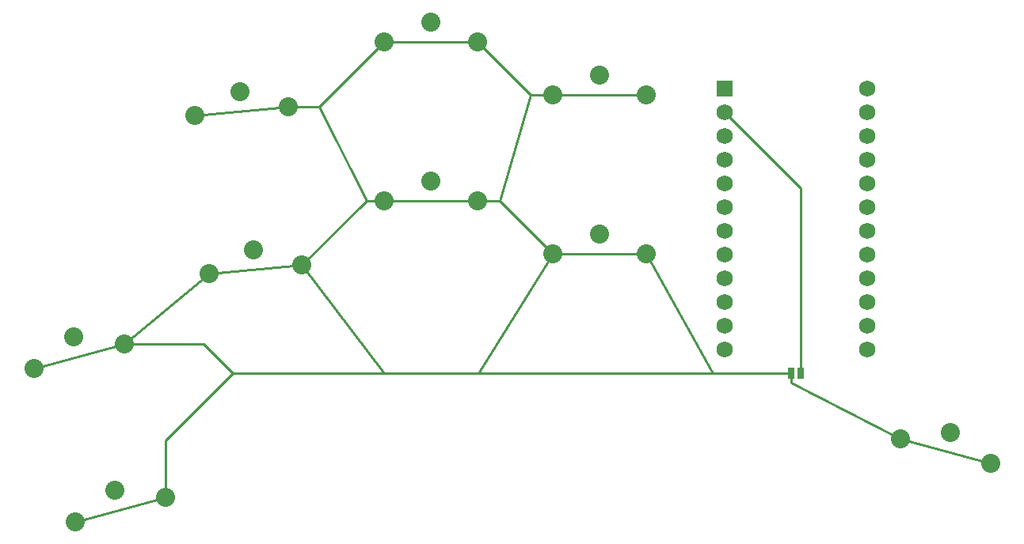
<source format=gbr>
%TF.GenerationSoftware,KiCad,Pcbnew,(5.1.9)-1*%
%TF.CreationDate,2021-06-26T19:41:31+02:00*%
%TF.ProjectId,idiosepius_thailandicus_choc,6964696f-7365-4706-9975-735f74686169,VERSION_HERE*%
%TF.SameCoordinates,Original*%
%TF.FileFunction,Copper,L1,Top*%
%TF.FilePolarity,Positive*%
%FSLAX46Y46*%
G04 Gerber Fmt 4.6, Leading zero omitted, Abs format (unit mm)*
G04 Created by KiCad (PCBNEW (5.1.9)-1) date 2021-06-26 19:41:31*
%MOMM*%
%LPD*%
G01*
G04 APERTURE LIST*
%TA.AperFunction,ComponentPad*%
%ADD10C,2.032000*%
%TD*%
%TA.AperFunction,ComponentPad*%
%ADD11R,1.752600X1.752600*%
%TD*%
%TA.AperFunction,ComponentPad*%
%ADD12C,1.752600*%
%TD*%
%TA.AperFunction,SMDPad,CuDef*%
%ADD13R,0.635000X1.143000*%
%TD*%
%TA.AperFunction,ComponentPad*%
%ADD14C,0.600000*%
%TD*%
%TA.AperFunction,Conductor*%
%ADD15C,0.250000*%
%TD*%
G04 APERTURE END LIST*
D10*
%TO.P,S1,1*%
%TO.N,GND*%
X17446193Y4385352D03*
%TO.P,S1,2*%
%TO.N,P10*%
X12073044Y5119701D03*
%TO.P,S1,1*%
%TO.N,GND*%
X7786934Y1797162D03*
%TO.P,S1,2*%
%TO.N,P10*%
X12073044Y5119701D03*
%TD*%
%TO.P,S2,1*%
%TO.N,GND*%
X13046270Y20806091D03*
%TO.P,S2,2*%
%TO.N,P16*%
X7673121Y21540440D03*
%TO.P,S2,1*%
%TO.N,GND*%
X3387011Y18217901D03*
%TO.P,S2,2*%
%TO.N,P16*%
X7673121Y21540440D03*
%TD*%
%TO.P,S3,1*%
%TO.N,GND*%
X32058700Y29254140D03*
%TO.P,S3,2*%
%TO.N,P14*%
X26894699Y30910370D03*
%TO.P,S3,1*%
%TO.N,GND*%
X22096753Y28382582D03*
%TO.P,S3,2*%
%TO.N,P14*%
X26894699Y30910370D03*
%TD*%
%TO.P,S4,1*%
%TO.N,GND*%
X30577052Y46189450D03*
%TO.P,S4,2*%
%TO.N,P15*%
X25413051Y47845680D03*
%TO.P,S4,1*%
%TO.N,GND*%
X20615105Y45317892D03*
%TO.P,S4,2*%
%TO.N,P15*%
X25413051Y47845680D03*
%TD*%
%TO.P,S5,1*%
%TO.N,GND*%
X50842735Y36133883D03*
%TO.P,S5,2*%
%TO.N,P18*%
X45842735Y38233883D03*
%TO.P,S5,1*%
%TO.N,GND*%
X40842735Y36133883D03*
%TO.P,S5,2*%
%TO.N,P18*%
X45842735Y38233883D03*
%TD*%
%TO.P,S6,1*%
%TO.N,GND*%
X50842735Y53133883D03*
%TO.P,S6,2*%
%TO.N,P19*%
X45842735Y55233883D03*
%TO.P,S6,1*%
%TO.N,GND*%
X40842735Y53133883D03*
%TO.P,S6,2*%
%TO.N,P19*%
X45842735Y55233883D03*
%TD*%
%TO.P,S7,1*%
%TO.N,GND*%
X68842735Y30467217D03*
%TO.P,S7,2*%
%TO.N,P20*%
X63842735Y32567217D03*
%TO.P,S7,1*%
%TO.N,GND*%
X58842735Y30467217D03*
%TO.P,S7,2*%
%TO.N,P20*%
X63842735Y32567217D03*
%TD*%
%TO.P,S8,1*%
%TO.N,GND*%
X68842735Y47467217D03*
%TO.P,S8,2*%
%TO.N,P21*%
X63842735Y49567217D03*
%TO.P,S8,1*%
%TO.N,GND*%
X58842735Y47467217D03*
%TO.P,S8,2*%
%TO.N,P21*%
X63842735Y49567217D03*
%TD*%
%TO.P,S9,1*%
%TO.N,GND*%
X105655877Y8043640D03*
%TO.P,S9,2*%
%TO.N,P9*%
X101369767Y11366179D03*
%TO.P,S9,1*%
%TO.N,GND*%
X95996618Y10631830D03*
%TO.P,S9,2*%
%TO.N,P9*%
X101369767Y11366179D03*
%TD*%
D11*
%TO.P,C1,1*%
%TO.N,RAW*%
X77222735Y48137217D03*
D12*
%TO.P,C1,2*%
%TO.N,GND*%
X77222735Y45597217D03*
%TO.P,C1,3*%
%TO.N,RST*%
X77222735Y43057217D03*
%TO.P,C1,4*%
%TO.N,VCC*%
X77222735Y40517217D03*
%TO.P,C1,5*%
%TO.N,P21*%
X77222735Y37977217D03*
%TO.P,C1,6*%
%TO.N,P20*%
X77222735Y35437217D03*
%TO.P,C1,7*%
%TO.N,P19*%
X77222735Y32897217D03*
%TO.P,C1,8*%
%TO.N,P18*%
X77222735Y30357217D03*
%TO.P,C1,9*%
%TO.N,P15*%
X77222735Y27817217D03*
%TO.P,C1,10*%
%TO.N,P14*%
X77222735Y25277217D03*
%TO.P,C1,11*%
%TO.N,P16*%
X77222735Y22737217D03*
%TO.P,C1,12*%
%TO.N,P10*%
X77222735Y20197217D03*
%TO.P,C1,13*%
%TO.N,P1*%
X92462735Y48137217D03*
%TO.P,C1,14*%
%TO.N,P0*%
X92462735Y45597217D03*
%TO.P,C1,15*%
%TO.N,GND*%
X92462735Y43057217D03*
%TO.P,C1,16*%
X92462735Y40517217D03*
%TO.P,C1,17*%
%TO.N,P2*%
X92462735Y37977217D03*
%TO.P,C1,18*%
%TO.N,P3*%
X92462735Y35437217D03*
%TO.P,C1,19*%
%TO.N,P4*%
X92462735Y32897217D03*
%TO.P,C1,20*%
%TO.N,P5*%
X92462735Y30357217D03*
%TO.P,C1,21*%
%TO.N,P6*%
X92462735Y27817217D03*
%TO.P,C1,22*%
%TO.N,P7*%
X92462735Y25277217D03*
%TO.P,C1,23*%
%TO.N,P8*%
X92462735Y22737217D03*
%TO.P,C1,24*%
%TO.N,P9*%
X92462735Y20197217D03*
%TD*%
D13*
%TO.P,J1,1*%
%TO.N,GND*%
X84342355Y17667217D03*
%TO.P,J1,2*%
X85343115Y17667217D03*
%TD*%
D14*
%TO.P,REF\u002A\u002A,1*%
%TO.N,GND*%
X84342735Y17667217D03*
%TD*%
D15*
%TO.N,GND*%
X7786934Y1797162D02*
X17446193Y4385352D01*
X3387011Y18217901D02*
X13046270Y20806091D01*
X22096753Y28382582D02*
X32058700Y29254140D01*
X20615105Y45317892D02*
X30577052Y46189450D01*
X40842735Y36133883D02*
X50842735Y36133883D01*
X58842735Y30467217D02*
X68842735Y30467217D01*
X58842735Y47467217D02*
X68842735Y47467217D01*
X40842735Y53133883D02*
X50842735Y53133883D01*
X95996618Y10631830D02*
X105655877Y8043640D01*
X17446193Y4385352D02*
X17446193Y10456193D01*
X17446193Y10456193D02*
X24657217Y17667217D01*
X21518343Y20806091D02*
X24657217Y17667217D01*
X13046270Y20806091D02*
X21518343Y20806091D01*
X38938443Y36133883D02*
X32058700Y29254140D01*
X40842735Y36133883D02*
X38938443Y36133883D01*
X53176069Y36133883D02*
X58842735Y30467217D01*
X50842735Y36133883D02*
X53176069Y36133883D01*
X33898302Y46189450D02*
X40842735Y53133883D01*
X30577052Y46189450D02*
X33898302Y46189450D01*
X56509401Y47467217D02*
X50842735Y53133883D01*
X58842735Y47467217D02*
X56509401Y47467217D01*
X33898302Y46189450D02*
X38938443Y36133883D01*
X53176069Y36133883D02*
X56509401Y47467217D01*
X13046270Y20806091D02*
X22096753Y28382582D01*
X32058700Y29254140D02*
X40842783Y17667217D01*
X24657217Y17667217D02*
X40842783Y17667217D01*
X58842735Y30467217D02*
X50872783Y17667217D01*
X40842783Y17667217D02*
X50872783Y17667217D01*
X68842735Y30467217D02*
X75957217Y17667217D01*
X75957217Y17667217D02*
X84342735Y17667217D01*
X50872783Y17667217D02*
X75957217Y17667217D01*
X85343115Y37476837D02*
X77222735Y45597217D01*
X85343115Y17667217D02*
X85343115Y37476837D01*
X95996618Y10631830D02*
X84370000Y16670000D01*
X84370000Y16670000D02*
X84342355Y17667217D01*
%TD*%
M02*

</source>
